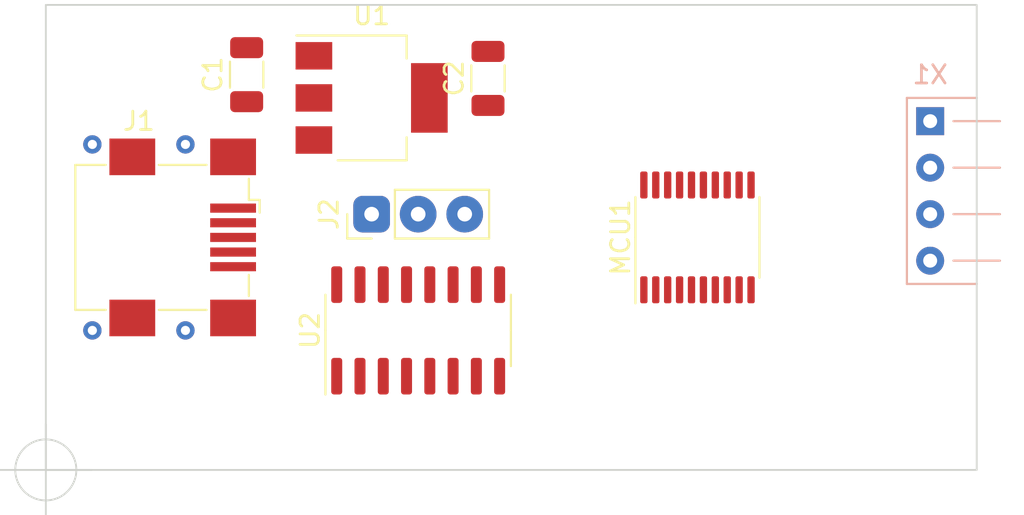
<source format=kicad_pcb>
(kicad_pcb (version 20211014) (generator pcbnew)
  (layers (0 "F.Cu" signal) (31 "B.Cu" signal) (34 "B.Paste" user) (35 "F.Paste" user) (36 "B.SilkS" user "B.Silkscreen") (37 "F.SilkS" user "F.Silkscreen") (38 "B.Mask" user) (39 "F.Mask" user) (44 "Edge.Cuts" user))
  (net 0 "")
  (net 1 "+5V")
  (net 2 "GND")
  (net 3 "+3.3V")
  (net 4 "VCCIO")
  (net 21 "/SWDIO")
  (net 22 "/SWCLK")
  (net 25 "/D+")
  (net 26 "/D-")
  (footprint "smd:C_1206" (layer "F.Cu") (at 112.56 80.01 90)
    (fp_text reference "C1" (at 0 -1.85 90) (layer "F.SilkS"))
    (fp_text value "10u")
    (fp_line (start -0.711252 -0.91) (end 0.711252 -0.91) (layer "F.SilkS") (width 0.12))
    (fp_line (start -0.711252 0.91) (end 0.711252 0.91) (layer "F.SilkS") (width 0.12))
    (pad "1" smd roundrect (at -1.475 0 90) (size 1.15 1.8) (layers "F.Cu" "F.Paste" "F.Mask") (roundrect_rratio 0.217391) (net 1 "+5V"))
    (pad "2" smd roundrect (at 1.475 0 90) (size 1.15 1.8) (layers "F.Cu" "F.Paste" "F.Mask") (roundrect_rratio 0.217391) (net 2 "GND"))
  )
  (footprint "Package_TO_SOT_SMD:SOT-223-3_TabPin2" (layer "F.Cu") (at 119.38 81.28)
    (fp_text reference "U1" (at 0 -4.5) (layer "F.SilkS"))
    (fp_text value "AMS1117-3.3" hide)
    (fp_line (start 1.91 3.41) (end 1.91 2.15) (layer "F.SilkS") (width 0.12))
    (fp_line (start -1.85 3.41) (end 1.91 3.41) (layer "F.SilkS") (width 0.12))
    (fp_line (start -4.1 -3.41) (end 1.91 -3.41) (layer "F.SilkS") (width 0.12))
    (fp_line (start 1.91 -3.41) (end 1.91 -2.15) (layer "F.SilkS") (width 0.12))
    (pad "1" smd rect (at -3.15 -2.3) (size 2 1.5) (layers "F.Cu" "F.Paste" "F.Mask") (net 2 "GND"))
    (pad "2" smd rect (at 3.15 0) (size 2 3.8) (layers "F.Cu" "F.Paste" "F.Mask") (net 3 "+3.3V"))
    (pad "2" smd rect (at -3.15 0) (size 2 1.5) (layers "F.Cu" "F.Paste" "F.Mask") (net 3 "+3.3V"))
    (pad "3" smd rect (at -3.15 2.3) (size 2 1.5) (layers "F.Cu" "F.Paste" "F.Mask") (net 1 "+5V"))
  )
  (footprint "connector:USB_Mini-B_DS1104" (layer "F.Cu") (at 109.22 88.9 -90)
    (fp_text reference "J1" (at -6.35 2.54 180) (layer "F.SilkS"))
    (fp_text value "USB_B_Mini")
    (fp_line (start 2.05 -3.46) (end 3.2 -3.46) (layer "F.SilkS") (width 0.12))
    (fp_line (start -3.96 4.35) (end -3.96 6.01) (layer "F.SilkS") (width 0.12))
    (fp_line (start -2.05 -3.46) (end -2.05 -4.05) (layer "F.SilkS") (width 0.12))
    (fp_line (start -3.96 6.01) (end 3.96 6.01) (layer "F.SilkS") (width 0.12))
    (fp_line (start -3.96 1.45) (end -3.96 -1.15) (layer "F.SilkS") (width 0.12))
    (fp_line (start -2.05 -4.05) (end -1.35 -4.05) (layer "F.SilkS") (width 0.12))
    (fp_line (start 3.96 -1.15) (end 3.96 1.45) (layer "F.SilkS") (width 0.12))
    (fp_line (start -3.2 -3.46) (end -2.05 -3.46) (layer "F.SilkS") (width 0.12))
    (fp_line (start 3.96 6.01) (end 3.96 4.35) (layer "F.SilkS") (width 0.12))
    (pad "" np_thru_hole circle (at -2.2 0 270) (size 0.9 0.9) (drill 0.9) (layers *.Cu *.Mask))
    (pad "" np_thru_hole circle (at 2.2 0 270) (size 0.9 0.9) (drill 0.9) (layers *.Cu *.Mask))
    (pad "1" smd rect (at -1.6 -2.6 270) (size 0.5 2.5) (layers "F.Cu" "F.Paste" "F.Mask") (net 1 "+5V"))
    (pad "2" smd rect (at -0.8 -2.6 270) (size 0.5 2.5) (layers "F.Cu" "F.Paste" "F.Mask") (net 26 "/D-"))
    (pad "3" smd rect (at 0 -2.6 270) (size 0.5 2.5) (layers "F.Cu" "F.Paste" "F.Mask") (net 25 "/D+"))
    (pad "4" smd rect (at 0.8 -2.6 270) (size 0.5 2.5) (layers "F.Cu" "F.Paste" "F.Mask"))
    (pad "5" smd rect (at 1.6 -2.6 270) (size 0.5 2.5) (layers "F.Cu" "F.Paste" "F.Mask") (net 2 "GND"))
    (pad "6" smd rect (at -4.4 -2.6 270) (size 2 2.5) (layers "F.Cu" "F.Paste" "F.Mask") (net 2 "GND"))
    (pad "6" thru_hole circle (at 5.08 0 270) (size 1 1) (drill 0.5) (layers *.Cu *.Mask) (net 2 "GND"))
    (pad "6" thru_hole circle (at 5.08 5.08 270) (size 1 1) (drill 0.5) (layers *.Cu *.Mask) (net 2 "GND"))
    (pad "6" thru_hole circle (at -5.08 0 270) (size 1 1) (drill 0.5) (layers *.Cu *.Mask) (net 2 "GND"))
    (pad "6" smd rect (at 4.4 -2.6 270) (size 2 2.5) (layers "F.Cu" "F.Paste" "F.Mask") (net 2 "GND"))
    (pad "6" thru_hole circle (at -5.08 5.08 270) (size 1 1) (drill 0.5) (layers *.Cu *.Mask) (net 2 "GND"))
    (pad "6" smd rect (at -4.4 2.9 270) (size 2 2.5) (layers "F.Cu" "F.Paste" "F.Mask") (net 2 "GND"))
    (pad "6" smd rect (at 4.4 2.9 270) (size 2 2.5) (layers "F.Cu" "F.Paste" "F.Mask") (net 2 "GND"))
  )
  (footprint "smd:C_1206" (layer "F.Cu") (at 125.73 80.215 90)
    (fp_text reference "C2" (at 0 -1.85 90) (layer "F.SilkS"))
    (fp_text value "10u")
    (fp_line (start -0.711252 -0.91) (end 0.711252 -0.91) (layer "F.SilkS") (width 0.12))
    (fp_line (start -0.711252 0.91) (end 0.711252 0.91) (layer "F.SilkS") (width 0.12))
    (pad "1" smd roundrect (at -1.475 0 90) (size 1.15 1.8) (layers "F.Cu" "F.Paste" "F.Mask") (roundrect_rratio 0.217391) (net 3 "+3.3V"))
    (pad "2" smd roundrect (at 1.475 0 90) (size 1.15 1.8) (layers "F.Cu" "F.Paste" "F.Mask") (roundrect_rratio 0.217391) (net 2 "GND"))
  )
  (footprint "Package_SO:TSSOP-20_4.4x6.5mm_P0.65mm" (layer "F.Cu") (at 137.16 88.9 90)
    (fp_text reference "MCU1" (at 0 -4.2 90) (layer "F.SilkS"))
    (fp_text value "STM32F030F4P6")
    (fp_line (start 0 -3.385) (end -3.6 -3.385) (layer "F.SilkS") (width 0.12))
    (fp_line (start 0 3.385) (end -2.2 3.385) (layer "F.SilkS") (width 0.12))
    (fp_line (start 0 3.385) (end 2.2 3.385) (layer "F.SilkS") (width 0.12))
    (fp_line (start 0 -3.385) (end 2.2 -3.385) (layer "F.SilkS") (width 0.12))
    (pad "1" smd roundrect (at -2.8625 -2.925 90) (size 1.475 0.4) (layers "F.Cu" "F.Paste" "F.Mask"))
    (pad "2" smd roundrect (at -2.8625 -2.275 90) (size 1.475 0.4) (layers "F.Cu" "F.Paste" "F.Mask"))
    (pad "3" smd roundrect (at -2.8625 -1.625 90) (size 1.475 0.4) (layers "F.Cu" "F.Paste" "F.Mask"))
    (pad "4" smd roundrect (at -2.8625 -0.975 90) (size 1.475 0.4) (layers "F.Cu" "F.Paste" "F.Mask"))
    (pad "5" smd roundrect (at -2.8625 -0.325 90) (size 1.475 0.4) (layers "F.Cu" "F.Paste" "F.Mask"))
    (pad "6" smd roundrect (at -2.8625 0.325 90) (size 1.475 0.4) (layers "F.Cu" "F.Paste" "F.Mask"))
    (pad "7" smd roundrect (at -2.8625 0.975 90) (size 1.475 0.4) (layers "F.Cu" "F.Paste" "F.Mask"))
    (pad "8" smd roundrect (at -2.8625 1.625 90) (size 1.475 0.4) (layers "F.Cu" "F.Paste" "F.Mask"))
    (pad "9" smd roundrect (at -2.8625 2.275 90) (size 1.475 0.4) (layers "F.Cu" "F.Paste" "F.Mask"))
    (pad "10" smd roundrect (at -2.8625 2.925 90) (size 1.475 0.4) (layers "F.Cu" "F.Paste" "F.Mask"))
    (pad "11" smd roundrect (at 2.8625 2.925 90) (size 1.475 0.4) (layers "F.Cu" "F.Paste" "F.Mask"))
    (pad "12" smd roundrect (at 2.8625 2.275 90) (size 1.475 0.4) (layers "F.Cu" "F.Paste" "F.Mask"))
    (pad "13" smd roundrect (at 2.8625 1.625 90) (size 1.475 0.4) (layers "F.Cu" "F.Paste" "F.Mask"))
    (pad "14" smd roundrect (at 2.8625 0.975 90) (size 1.475 0.4) (layers "F.Cu" "F.Paste" "F.Mask"))
    (pad "15" smd roundrect (at 2.8625 0.325 90) (size 1.475 0.4) (layers "F.Cu" "F.Paste" "F.Mask") (net 2 "GND"))
    (pad "16" smd roundrect (at 2.8625 -0.325 90) (size 1.475 0.4) (layers "F.Cu" "F.Paste" "F.Mask") (net 3 "+3.3V"))
    (pad "17" smd roundrect (at 2.8625 -0.975 90) (size 1.475 0.4) (layers "F.Cu" "F.Paste" "F.Mask"))
    (pad "18" smd roundrect (at 2.8625 -1.625 90) (size 1.475 0.4) (layers "F.Cu" "F.Paste" "F.Mask"))
    (pad "19" smd roundrect (at 2.8625 -2.275 90) (size 1.475 0.4) (layers "F.Cu" "F.Paste" "F.Mask") (net 21 "/SWDIO"))
    (pad "20" smd roundrect (at 2.8625 -2.925 90) (size 1.475 0.4) (layers "F.Cu" "F.Paste" "F.Mask") (net 22 "/SWCLK"))
  )
  (footprint "connector:PinHeader_1x03_P2.54mm_Vertical" (layer "F.Cu") (at 119.38 87.63 90)
    (fp_text reference "J2" (at 0 -2.33 90) (layer "F.SilkS"))
    (fp_text value "VCCIO")
    (fp_line (start -1.33 0) (end -1.33 -1.33) (layer "F.SilkS") (width 0.12))
    (fp_line (start 1.33 1.27) (end 1.33 6.41) (layer "F.SilkS") (width 0.12))
    (fp_line (start -1.33 1.27) (end -1.33 6.41) (layer "F.SilkS") (width 0.12))
    (fp_line (start -1.33 6.41) (end 1.33 6.41) (layer "F.SilkS") (width 0.12))
    (fp_line (start -1.33 1.27) (end 1.33 1.27) (layer "F.SilkS") (width 0.12))
    (fp_line (start -1.33 -1.33) (end 0 -1.33) (layer "F.SilkS") (width 0.12))
    (pad "1" thru_hole roundrect (at 0 0 90) (size 2 2) (drill 0.8) (layers *.Cu *.Mask) (net 1 "+5V"))
    (pad "2" thru_hole circle (at 0 2.54 90) (size 2 2) (drill 0.8) (layers *.Cu *.Mask) (net 4 "VCCIO"))
    (pad "3" thru_hole circle (at 0 5.08 90) (size 2 2) (drill 0.8) (layers *.Cu *.Mask) (net 3 "+3.3V"))
  )
  (footprint "Package_SO:SOP-16_3.9x9.9mm_P1.27mm" (layer "F.Cu") (at 121.92 93.98 90)
    (fp_text reference "U2" (at 0 -5.9 90) (layer "F.SilkS"))
    (fp_text value "CH340C")
    (fp_line (start 0 -5.06) (end -3.5 -5.06) (layer "F.SilkS") (width 0.12))
    (fp_line (start 0 5.06) (end -1.95 5.06) (layer "F.SilkS") (width 0.12))
    (fp_line (start 0 -5.06) (end 1.95 -5.06) (layer "F.SilkS") (width 0.12))
    (fp_line (start 0 5.06) (end 1.95 5.06) (layer "F.SilkS") (width 0.12))
    (pad "1" smd roundrect (at -2.5 -4.445 90) (size 2 0.6) (layers "F.Cu" "F.Paste" "F.Mask") (net 2 "GND"))
    (pad "2" smd roundrect (at -2.5 -3.175 90) (size 2 0.6) (layers "F.Cu" "F.Paste" "F.Mask"))
    (pad "3" smd roundrect (at -2.5 -1.905 90) (size 2 0.6) (layers "F.Cu" "F.Paste" "F.Mask"))
    (pad "4" smd roundrect (at -2.5 -0.635 90) (size 2 0.6) (layers "F.Cu" "F.Paste" "F.Mask") (net 3 "+3.3V"))
    (pad "5" smd roundrect (at -2.5 0.635 90) (size 2 0.6) (layers "F.Cu" "F.Paste" "F.Mask") (net 25 "/D+"))
    (pad "6" smd roundrect (at -2.5 1.905 90) (size 2 0.6) (layers "F.Cu" "F.Paste" "F.Mask") (net 26 "/D-"))
    (pad "7" smd roundrect (at -2.5 3.175 90) (size 2 0.6) (layers "F.Cu" "F.Paste" "F.Mask"))
    (pad "8" smd roundrect (at -2.5 4.445 90) (size 2 0.6) (layers "F.Cu" "F.Paste" "F.Mask"))
    (pad "9" smd roundrect (at 2.5 4.445 90) (size 2 0.6) (layers "F.Cu" "F.Paste" "F.Mask"))
    (pad "10" smd roundrect (at 2.5 3.175 90) (size 2 0.6) (layers "F.Cu" "F.Paste" "F.Mask"))
    (pad "11" smd roundrect (at 2.5 1.905 90) (size 2 0.6) (layers "F.Cu" "F.Paste" "F.Mask"))
    (pad "12" smd roundrect (at 2.5 0.635 90) (size 2 0.6) (layers "F.Cu" "F.Paste" "F.Mask"))
    (pad "13" smd roundrect (at 2.5 -0.635 90) (size 2 0.6) (layers "F.Cu" "F.Paste" "F.Mask"))
    (pad "14" smd roundrect (at 2.5 -1.905 90) (size 2 0.6) (layers "F.Cu" "F.Paste" "F.Mask"))
    (pad "15" smd roundrect (at 2.5 -3.175 90) (size 2 0.6) (layers "F.Cu" "F.Paste" "F.Mask"))
    (pad "16" smd roundrect (at 2.5 -4.445 90) (size 2 0.6) (layers "F.Cu" "F.Paste" "F.Mask") (net 4 "VCCIO"))
  )
  (footprint "connector:SWD_R" (layer "B.Cu") (at 149.86 86.36 180)
    (fp_text reference "X1" (at 0 6.35 unlocked) (layer "B.SilkS") (effects (justify mirror)))
    (fp_text value "SWD")
    (fp_line (start -1.27 1.27) (end -3.81 1.27) (layer "B.SilkS") (width 0.12))
    (fp_line (start 1.27 -5.08) (end -2.54 -5.08) (layer "B.SilkS") (width 0.12))
    (fp_line (start 1.27 5.08) (end 1.27 -5.08) (layer "B.SilkS") (width 0.12))
    (fp_line (start -1.27 -3.81) (end -3.81 -3.81) (layer "B.SilkS") (width 0.12))
    (fp_line (start -1.27 -1.27) (end -3.81 -1.27) (layer "B.SilkS") (width 0.12))
    (fp_line (start -1.27 3.81) (end -3.81 3.81) (layer "B.SilkS") (width 0.12))
    (fp_line (start -2.54 5.08) (end 1.27 5.08) (layer "B.SilkS") (width 0.12))
    (pad "1" thru_hole rect (at 0 3.81 180) (size 1.524 1.524) (drill 0.762) (layers *.Cu *.Mask) (net 2 "GND"))
    (pad "2" thru_hole circle (at 0 1.27 180) (size 1.524 1.524) (drill 0.762) (layers *.Cu *.Mask) (net 22 "/SWCLK"))
    (pad "3" thru_hole circle (at 0 -1.27 180) (size 1.524 1.524) (drill 0.762) (layers *.Cu *.Mask) (net 21 "/SWDIO"))
    (pad "4" thru_hole circle (at 0 -3.81 180) (size 1.524 1.524) (drill 0.762) (layers *.Cu *.Mask) (net 3 "+3.3V"))
  )
  (gr_rect (start 101.6 76.2) (end 152.4 101.6) (layer "Edge.Cuts") (width 0.1) (fill none))
  (target plus (at 101.6 101.6) (size 5) (width 0.1) (layer "Edge.Cuts"))
)
</source>
